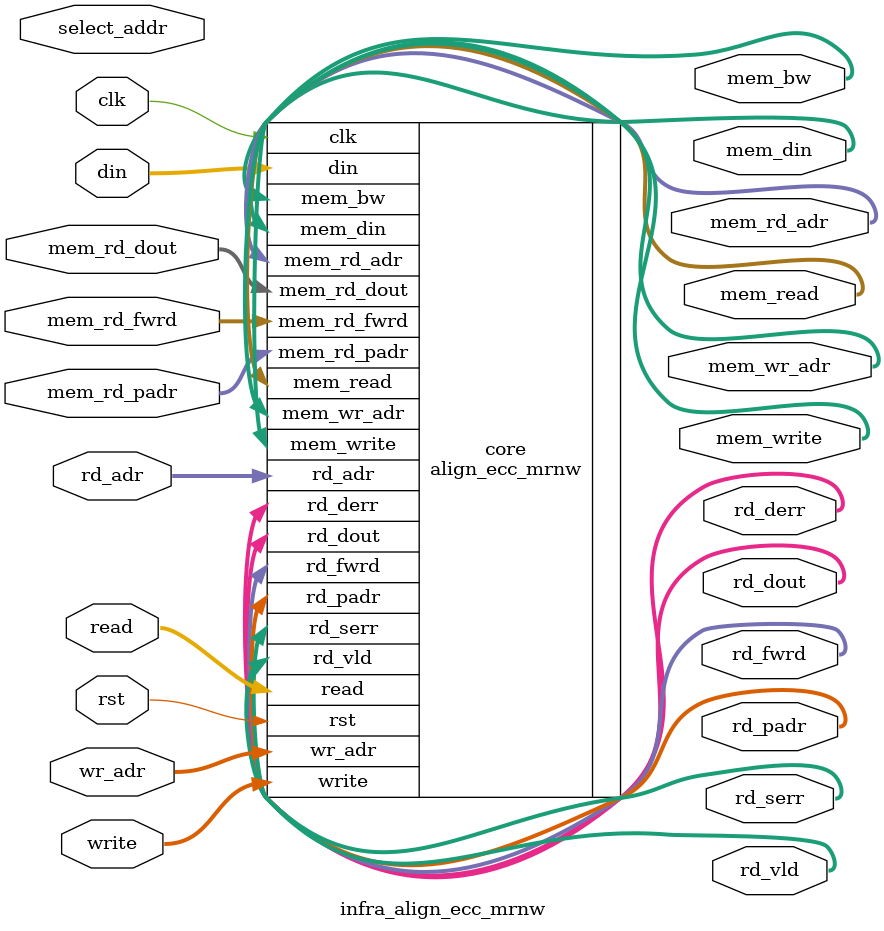
<source format=v>
module infra_align_ecc_mrnw (write, wr_adr, din, read, rd_adr, rd_vld, rd_dout, rd_fwrd, rd_serr, rd_derr, rd_padr,
	                     mem_write, mem_wr_adr, mem_bw, mem_din, mem_read, mem_rd_adr, mem_rd_fwrd, mem_rd_dout, mem_rd_padr,
		             clk, rst,
		             select_addr);

  parameter WIDTH = 32;
  parameter ENAPSDO = 0;
  parameter ENAPAR = 0;
  parameter ENAECC = 0;
  parameter ENADEC = 0;
  parameter ECCWDTH = 7;
  parameter NUMRDPT = 2;
  parameter NUMWRPT = 2;
  parameter NUMADDR = 1024;
  parameter BITADDR = 10;
  parameter NUMWRDS = 4;
  parameter BITWRDS = 2;
  parameter NUMSROW = 256;
  parameter BITSROW = 8;
  parameter BITPADR = 10;
  parameter SRAM_DELAY = 2;
  parameter FLOPGEN = 0;
  parameter FLOPMEM = 0;
  parameter FLOPOUT = 0;
  parameter RSTZERO = 0;
  parameter ENAPADR = 0;

  parameter MEMWDTH = ENAPAR ? WIDTH+1 : ENAECC ? WIDTH+ECCWDTH : ENADEC ? 2*WIDTH+ECCWDTH : WIDTH;

  input [NUMWRPT-1:0] write;
  input [NUMWRPT*BITADDR-1:0] wr_adr;
  input [NUMWRPT*WIDTH-1:0] din;

  input [NUMRDPT-1:0] read;
  input [NUMRDPT*BITADDR-1:0] rd_adr;
  output [NUMRDPT-1:0] rd_vld;
  output [NUMRDPT*WIDTH-1:0] rd_dout;
  output [NUMRDPT-1:0] rd_fwrd;
  output [NUMRDPT-1:0] rd_serr;
  output [NUMRDPT-1:0] rd_derr;
  output [NUMRDPT*BITPADR-1:0] rd_padr;

  output [NUMWRPT-1:0] mem_write;
  output [NUMWRPT*BITSROW-1:0] mem_wr_adr;
  output [NUMWRPT*NUMWRDS*MEMWDTH-1:0] mem_bw;
  output [NUMWRPT*NUMWRDS*MEMWDTH-1:0] mem_din;

  output [NUMRDPT-1:0] mem_read;
  output [NUMRDPT*BITSROW-1:0] mem_rd_adr;
  input [NUMRDPT-1:0] mem_rd_fwrd;
  input [NUMRDPT*NUMWRDS*MEMWDTH-1:0] mem_rd_dout;
  input [NUMRDPT*(BITPADR-BITWRDS)-1:0] mem_rd_padr;

  input clk;
  input rst;

  input [BITADDR-1:0] select_addr;

  align_ecc_mrnw #(.WIDTH (WIDTH), .ENAPSDO (ENAPSDO), .ENAPAR (ENAPAR), .ENAECC (ENAECC), .ENADEC (ENADEC), .ECCWDTH (ECCWDTH),
                   .NUMRDPT (NUMRDPT), .NUMWRPT (NUMWRPT), .NUMADDR (NUMADDR), .BITADDR (BITADDR),
                   .NUMWRDS (NUMWRDS), .BITWRDS (BITWRDS), .NUMSROW (NUMSROW), .BITSROW (BITSROW), .BITPADR (BITPADR),
                   .SRAM_DELAY (SRAM_DELAY), .FLOPGEN (FLOPGEN), .FLOPMEM (FLOPMEM), .FLOPOUT (FLOPOUT), .ENAPADR (ENAPADR))
    core (.write (write), .wr_adr (wr_adr), .din (din),
          .read (read), .rd_adr (rd_adr), .rd_vld (rd_vld), .rd_dout (rd_dout), .rd_fwrd (rd_fwrd), .rd_serr (rd_serr), .rd_derr (rd_derr), .rd_padr (rd_padr),
          .mem_write (mem_write), .mem_wr_adr (mem_wr_adr), .mem_bw (mem_bw), .mem_din (mem_din),
          .mem_read (mem_read), .mem_rd_adr (mem_rd_adr), .mem_rd_fwrd (mem_rd_fwrd), .mem_rd_dout (mem_rd_dout), .mem_rd_padr (mem_rd_padr),
          .clk (clk), .rst (rst));

`ifdef FORMAL
assume_select_addr_range: assume property (@(posedge clk) disable iff (rst) (select_addr < NUMADDR));
assume_select_addr_stable: assume property (@(posedge clk) disable iff (rst) $stable(select_addr));

ip_top_sva_align_ecc_mrnw #(
     .WIDTH       (WIDTH),
     .ENAPSDO     (ENAPSDO),
     .ENAPAR      (ENAPAR),
     .ENAECC      (ENAECC),
     .ENADEC      (ENADEC),
     .ECCWDTH     (ECCWDTH),
     .NUMRDPT     (NUMRDPT),
     .NUMWRPT     (NUMWRPT),
     .NUMADDR     (NUMADDR),
     .BITADDR     (BITADDR),
     .NUMWRDS     (NUMWRDS),
     .BITWRDS     (BITWRDS),
     .NUMSROW     (NUMSROW),
     .BITSROW     (BITSROW),
     .SRAM_DELAY  (SRAM_DELAY),
     .FLOPGEN     (FLOPGEN),
     .FLOPMEM     (FLOPMEM),
     .FLOPOUT     (FLOPOUT),
     .RSTZERO     (RSTZERO),
     .ENAPADR     (ENAPADR),
     .BITPADR     (BITPADR))
ip_top_sva (.*);

ip_top_sva_2_align_ecc_mrnw #(
     .NUMADDR     (NUMADDR),
     .BITADDR     (BITADDR),
     .NUMRDPT     (NUMRDPT),
     .NUMWRPT     (NUMWRPT),
     .NUMSROW     (NUMSROW),
     .BITSROW     (BITSROW))
ip_top_sva_2 (.*);

`elsif SIM_SVA

genvar sva_int;
// generate for (sva_int=0; sva_int<WIDTH; sva_int=sva_int+1) begin
generate for (sva_int=0; sva_int<1; sva_int=sva_int+1) begin: sva_loop
  wire [BITADDR-1:0] help_addr = sva_int;
ip_top_sva_align_ecc_mrnw #(
     .WIDTH       (WIDTH),
     .ENAPSDO     (ENAPSDO),
     .ENAPAR      (ENAPAR),
     .ENAECC      (ENAECC),
     .ENADEC      (ENADEC),
     .ECCWDTH     (ECCWDTH),
     .NUMRDPT     (NUMRDPT),
     .NUMWRPT     (NUMWRPT),
     .NUMADDR     (NUMADDR),
     .BITADDR     (BITADDR),
     .NUMWRDS     (NUMWRDS),
     .BITWRDS     (BITWRDS),
     .NUMSROW     (NUMSROW),
     .BITSROW     (BITSROW),
     .SRAM_DELAY  (SRAM_DELAY),
     .FLOPGEN     (FLOPGEN),
     .FLOPMEM     (FLOPMEM),
     .FLOPOUT     (FLOPOUT),
     .RSTZERO     (RSTZERO),
     .ENAPADR     (ENAPADR),
     .BITPADR     (BITPADR))
ip_top_sva (.select_addr(help_addr), .*);
end
endgenerate

ip_top_sva_2_align_ecc_mrnw #(
     .NUMADDR     (NUMADDR),
     .BITADDR     (BITADDR),
     .NUMRDPT     (NUMRDPT),
     .NUMWRPT     (NUMWRPT),
     .NUMSROW     (NUMSROW),
     .BITSROW     (BITSROW))
ip_top_sva_2 (.*);

`endif

endmodule

</source>
